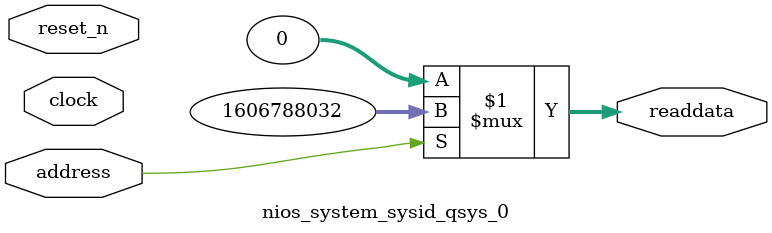
<source format=v>



// synthesis translate_off
`timescale 1ns / 1ps
// synthesis translate_on

// turn off superfluous verilog processor warnings 
// altera message_level Level1 
// altera message_off 10034 10035 10036 10037 10230 10240 10030 

module nios_system_sysid_qsys_0 (
               // inputs:
                address,
                clock,
                reset_n,

               // outputs:
                readdata
             )
;

  output  [ 31: 0] readdata;
  input            address;
  input            clock;
  input            reset_n;

  wire    [ 31: 0] readdata;
  //control_slave, which is an e_avalon_slave
  assign readdata = address ? 1606788032 : 0;

endmodule



</source>
